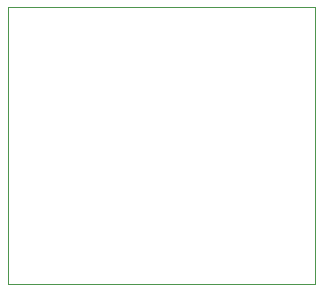
<source format=gbr>
%TF.GenerationSoftware,KiCad,Pcbnew,8.0.2-8.0.2-0~ubuntu22.04.1*%
%TF.CreationDate,2024-05-15T17:42:07+09:00*%
%TF.ProjectId,sensor_emitter_board,73656e73-6f72-45f6-956d-69747465725f,rev?*%
%TF.SameCoordinates,Original*%
%TF.FileFunction,Profile,NP*%
%FSLAX46Y46*%
G04 Gerber Fmt 4.6, Leading zero omitted, Abs format (unit mm)*
G04 Created by KiCad (PCBNEW 8.0.2-8.0.2-0~ubuntu22.04.1) date 2024-05-15 17:42:07*
%MOMM*%
%LPD*%
G01*
G04 APERTURE LIST*
%TA.AperFunction,Profile*%
%ADD10C,0.100000*%
%TD*%
G04 APERTURE END LIST*
D10*
X91500000Y-108500000D02*
X117500000Y-108500000D01*
X117500000Y-85000000D02*
X117500000Y-108500000D01*
X91500000Y-85000000D02*
X117500000Y-85000000D01*
X91500000Y-108500000D02*
X91500000Y-85000000D01*
M02*

</source>
